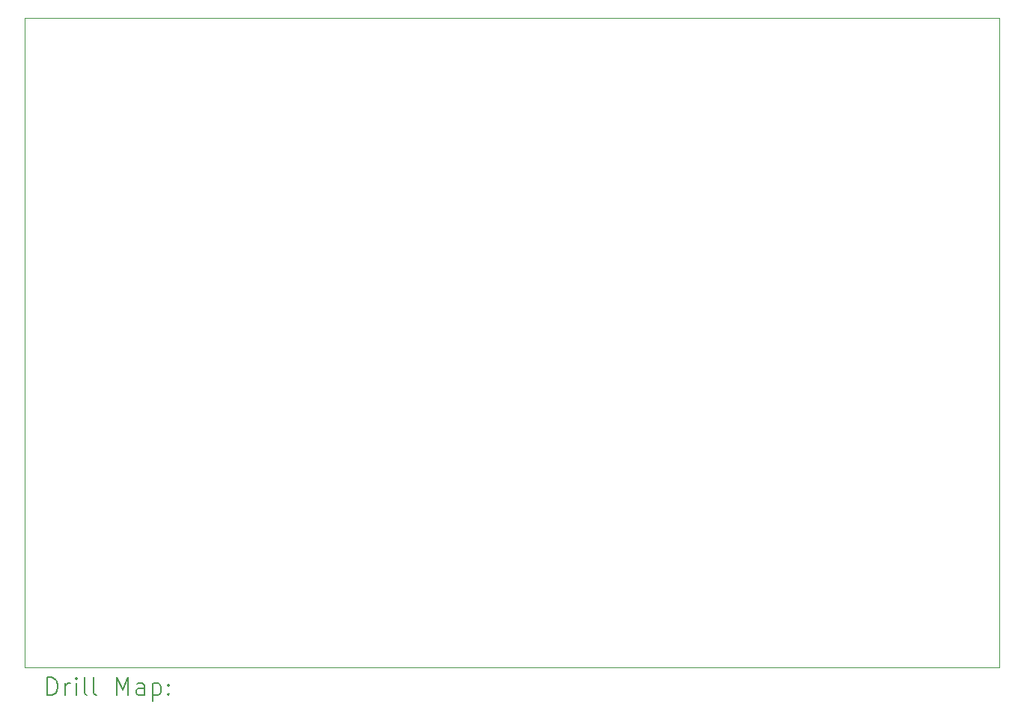
<source format=gbr>
%TF.GenerationSoftware,KiCad,Pcbnew,7.0.7*%
%TF.CreationDate,2024-03-19T10:03:44+01:00*%
%TF.ProjectId,Poly_UA_controller_6enc_4sw,506f6c79-5f55-4415-9f63-6f6e74726f6c,rev?*%
%TF.SameCoordinates,Original*%
%TF.FileFunction,Drillmap*%
%TF.FilePolarity,Positive*%
%FSLAX45Y45*%
G04 Gerber Fmt 4.5, Leading zero omitted, Abs format (unit mm)*
G04 Created by KiCad (PCBNEW 7.0.7) date 2024-03-19 10:03:44*
%MOMM*%
%LPD*%
G01*
G04 APERTURE LIST*
%ADD10C,0.100000*%
%ADD11C,0.200000*%
G04 APERTURE END LIST*
D10*
X8926830Y-3656330D02*
X19952970Y-3656330D01*
X19952970Y-11005820D01*
X8926830Y-11005820D01*
X8926830Y-3656330D01*
D11*
X9182607Y-11322304D02*
X9182607Y-11122304D01*
X9182607Y-11122304D02*
X9230226Y-11122304D01*
X9230226Y-11122304D02*
X9258797Y-11131828D01*
X9258797Y-11131828D02*
X9277845Y-11150875D01*
X9277845Y-11150875D02*
X9287369Y-11169923D01*
X9287369Y-11169923D02*
X9296893Y-11208018D01*
X9296893Y-11208018D02*
X9296893Y-11236589D01*
X9296893Y-11236589D02*
X9287369Y-11274685D01*
X9287369Y-11274685D02*
X9277845Y-11293732D01*
X9277845Y-11293732D02*
X9258797Y-11312780D01*
X9258797Y-11312780D02*
X9230226Y-11322304D01*
X9230226Y-11322304D02*
X9182607Y-11322304D01*
X9382607Y-11322304D02*
X9382607Y-11188970D01*
X9382607Y-11227066D02*
X9392131Y-11208018D01*
X9392131Y-11208018D02*
X9401654Y-11198494D01*
X9401654Y-11198494D02*
X9420702Y-11188970D01*
X9420702Y-11188970D02*
X9439750Y-11188970D01*
X9506416Y-11322304D02*
X9506416Y-11188970D01*
X9506416Y-11122304D02*
X9496893Y-11131828D01*
X9496893Y-11131828D02*
X9506416Y-11141351D01*
X9506416Y-11141351D02*
X9515940Y-11131828D01*
X9515940Y-11131828D02*
X9506416Y-11122304D01*
X9506416Y-11122304D02*
X9506416Y-11141351D01*
X9630226Y-11322304D02*
X9611178Y-11312780D01*
X9611178Y-11312780D02*
X9601654Y-11293732D01*
X9601654Y-11293732D02*
X9601654Y-11122304D01*
X9734988Y-11322304D02*
X9715940Y-11312780D01*
X9715940Y-11312780D02*
X9706416Y-11293732D01*
X9706416Y-11293732D02*
X9706416Y-11122304D01*
X9963559Y-11322304D02*
X9963559Y-11122304D01*
X9963559Y-11122304D02*
X10030226Y-11265161D01*
X10030226Y-11265161D02*
X10096893Y-11122304D01*
X10096893Y-11122304D02*
X10096893Y-11322304D01*
X10277845Y-11322304D02*
X10277845Y-11217542D01*
X10277845Y-11217542D02*
X10268321Y-11198494D01*
X10268321Y-11198494D02*
X10249274Y-11188970D01*
X10249274Y-11188970D02*
X10211178Y-11188970D01*
X10211178Y-11188970D02*
X10192131Y-11198494D01*
X10277845Y-11312780D02*
X10258797Y-11322304D01*
X10258797Y-11322304D02*
X10211178Y-11322304D01*
X10211178Y-11322304D02*
X10192131Y-11312780D01*
X10192131Y-11312780D02*
X10182607Y-11293732D01*
X10182607Y-11293732D02*
X10182607Y-11274685D01*
X10182607Y-11274685D02*
X10192131Y-11255637D01*
X10192131Y-11255637D02*
X10211178Y-11246113D01*
X10211178Y-11246113D02*
X10258797Y-11246113D01*
X10258797Y-11246113D02*
X10277845Y-11236589D01*
X10373083Y-11188970D02*
X10373083Y-11388970D01*
X10373083Y-11198494D02*
X10392131Y-11188970D01*
X10392131Y-11188970D02*
X10430226Y-11188970D01*
X10430226Y-11188970D02*
X10449274Y-11198494D01*
X10449274Y-11198494D02*
X10458797Y-11208018D01*
X10458797Y-11208018D02*
X10468321Y-11227066D01*
X10468321Y-11227066D02*
X10468321Y-11284208D01*
X10468321Y-11284208D02*
X10458797Y-11303256D01*
X10458797Y-11303256D02*
X10449274Y-11312780D01*
X10449274Y-11312780D02*
X10430226Y-11322304D01*
X10430226Y-11322304D02*
X10392131Y-11322304D01*
X10392131Y-11322304D02*
X10373083Y-11312780D01*
X10554035Y-11303256D02*
X10563559Y-11312780D01*
X10563559Y-11312780D02*
X10554035Y-11322304D01*
X10554035Y-11322304D02*
X10544512Y-11312780D01*
X10544512Y-11312780D02*
X10554035Y-11303256D01*
X10554035Y-11303256D02*
X10554035Y-11322304D01*
X10554035Y-11198494D02*
X10563559Y-11208018D01*
X10563559Y-11208018D02*
X10554035Y-11217542D01*
X10554035Y-11217542D02*
X10544512Y-11208018D01*
X10544512Y-11208018D02*
X10554035Y-11198494D01*
X10554035Y-11198494D02*
X10554035Y-11217542D01*
M02*

</source>
